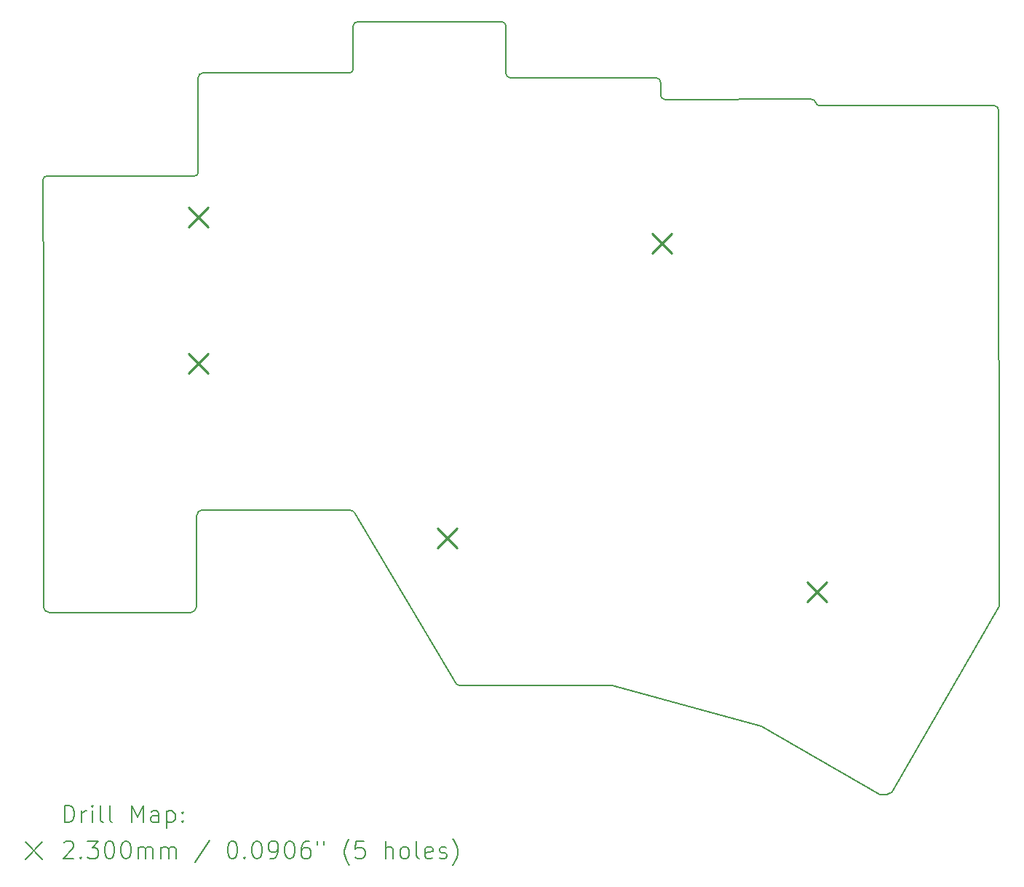
<source format=gbr>
%TF.GenerationSoftware,KiCad,Pcbnew,(6.0.10)*%
%TF.CreationDate,2023-01-07T19:04:55+01:00*%
%TF.ProjectId,chocofi-bottomplate,63686f63-6f66-4692-9d62-6f74746f6d70,2.1*%
%TF.SameCoordinates,Original*%
%TF.FileFunction,Drillmap*%
%TF.FilePolarity,Positive*%
%FSLAX45Y45*%
G04 Gerber Fmt 4.5, Leading zero omitted, Abs format (unit mm)*
G04 Created by KiCad (PCBNEW (6.0.10)) date 2023-01-07 19:04:55*
%MOMM*%
%LPD*%
G01*
G04 APERTURE LIST*
%ADD10C,0.150000*%
%ADD11C,0.200000*%
%ADD12C,0.230000*%
G04 APERTURE END LIST*
D10*
X18762000Y-5380500D02*
X16733040Y-5381502D01*
X9451545Y-6202085D02*
X7741920Y-6197600D01*
X17576800Y-13365480D02*
X18821400Y-11201400D01*
X16047720Y-12598400D02*
X17428867Y-13395960D01*
X12537440Y-12124081D02*
X14315440Y-12125960D01*
X16685040Y-5345502D02*
G75*
G03*
X16636050Y-5305500I-48990J-9998D01*
G01*
X16685039Y-5345502D02*
G75*
G03*
X16733040Y-5381502I48001J14002D01*
G01*
X16636050Y-5305500D02*
X14929320Y-5306902D01*
X9451545Y-6202085D02*
G75*
G03*
X9501545Y-6152085I-5J50005D01*
G01*
X9551712Y-5000682D02*
G75*
G03*
X9501712Y-5050682I-2J-49998D01*
G01*
X13031000Y-4403620D02*
X11353000Y-4404955D01*
X13081000Y-5005340D02*
X13081000Y-4453620D01*
X14829320Y-5056902D02*
X13131000Y-5055340D01*
X14879320Y-5256902D02*
X14879320Y-5106902D01*
X9501712Y-5050682D02*
X9501545Y-6152085D01*
X11254712Y-5000682D02*
X9551712Y-5000682D01*
X11303000Y-4454955D02*
X11304712Y-4950682D01*
X11254712Y-5000682D02*
G75*
G03*
X11304712Y-4950682I-2J50002D01*
G01*
X11353000Y-4404960D02*
G75*
G03*
X11303000Y-4454955I0J-50000D01*
G01*
X13081000Y-4453620D02*
G75*
G03*
X13031000Y-4403620I-50000J0D01*
G01*
X13081000Y-5005340D02*
G75*
G03*
X13131000Y-5055340I50000J0D01*
G01*
X14879318Y-5106902D02*
G75*
G03*
X14829320Y-5056902I-49998J2D01*
G01*
X14879318Y-5256902D02*
G75*
G03*
X14929320Y-5306902I50002J2D01*
G01*
X18812000Y-5430500D02*
G75*
G03*
X18762000Y-5380500I-50000J0D01*
G01*
X9545320Y-10086265D02*
X11262360Y-10086265D01*
X9479280Y-11074400D02*
X9484360Y-10147225D01*
X11329486Y-10129488D02*
G75*
G03*
X11262360Y-10086265I-67126J-30512D01*
G01*
X12501880Y-12110720D02*
G75*
G03*
X12537440Y-12124081I35560J40640D01*
G01*
X17428867Y-13395959D02*
G75*
G03*
X17576800Y-13365480I44003J160669D01*
G01*
X7701280Y-9377680D02*
X7701280Y-11074400D01*
X7696200Y-6243320D02*
X7701280Y-7670800D01*
X18812000Y-5430500D02*
X18821400Y-11201400D01*
X9479280Y-11211560D02*
X9479280Y-11074400D01*
X9545320Y-10086270D02*
G75*
G03*
X9484360Y-10147225I0J-60960D01*
G01*
X9413240Y-11277600D02*
G75*
G03*
X9479280Y-11211560I0J66040D01*
G01*
X7701280Y-11211560D02*
X7701280Y-11074400D01*
X7701280Y-7670800D02*
X7701280Y-9377680D01*
X11329486Y-10129488D02*
X12501880Y-12110720D01*
X7741920Y-6197600D02*
G75*
G03*
X7696200Y-6243320I0J-45720D01*
G01*
X7767320Y-11277600D02*
X9413240Y-11277600D01*
X14315440Y-12125960D02*
X16047720Y-12598400D01*
X7701280Y-11211560D02*
G75*
G03*
X7767320Y-11277600I66040J0D01*
G01*
D11*
D12*
X9385000Y-6565200D02*
X9615000Y-6795200D01*
X9615000Y-6565200D02*
X9385000Y-6795200D01*
X9385000Y-8267000D02*
X9615000Y-8497000D01*
X9615000Y-8267000D02*
X9385000Y-8497000D01*
X12280200Y-10299000D02*
X12510200Y-10529000D01*
X12510200Y-10299000D02*
X12280200Y-10529000D01*
X14782100Y-6870000D02*
X15012100Y-7100000D01*
X15012100Y-6870000D02*
X14782100Y-7100000D01*
X16585500Y-10921300D02*
X16815500Y-11151300D01*
X16815500Y-10921300D02*
X16585500Y-11151300D01*
D11*
X7946319Y-13719852D02*
X7946319Y-13519852D01*
X7993938Y-13519852D01*
X8022509Y-13529376D01*
X8041557Y-13548424D01*
X8051081Y-13567471D01*
X8060605Y-13605566D01*
X8060605Y-13634138D01*
X8051081Y-13672233D01*
X8041557Y-13691281D01*
X8022509Y-13710328D01*
X7993938Y-13719852D01*
X7946319Y-13719852D01*
X8146319Y-13719852D02*
X8146319Y-13586519D01*
X8146319Y-13624614D02*
X8155843Y-13605566D01*
X8165367Y-13596043D01*
X8184414Y-13586519D01*
X8203462Y-13586519D01*
X8270128Y-13719852D02*
X8270128Y-13586519D01*
X8270128Y-13519852D02*
X8260605Y-13529376D01*
X8270128Y-13538900D01*
X8279652Y-13529376D01*
X8270128Y-13519852D01*
X8270128Y-13538900D01*
X8393938Y-13719852D02*
X8374890Y-13710328D01*
X8365367Y-13691281D01*
X8365367Y-13519852D01*
X8498700Y-13719852D02*
X8479652Y-13710328D01*
X8470129Y-13691281D01*
X8470129Y-13519852D01*
X8727271Y-13719852D02*
X8727271Y-13519852D01*
X8793938Y-13662709D01*
X8860605Y-13519852D01*
X8860605Y-13719852D01*
X9041557Y-13719852D02*
X9041557Y-13615090D01*
X9032033Y-13596043D01*
X9012986Y-13586519D01*
X8974890Y-13586519D01*
X8955843Y-13596043D01*
X9041557Y-13710328D02*
X9022510Y-13719852D01*
X8974890Y-13719852D01*
X8955843Y-13710328D01*
X8946319Y-13691281D01*
X8946319Y-13672233D01*
X8955843Y-13653185D01*
X8974890Y-13643662D01*
X9022510Y-13643662D01*
X9041557Y-13634138D01*
X9136795Y-13586519D02*
X9136795Y-13786519D01*
X9136795Y-13596043D02*
X9155843Y-13586519D01*
X9193938Y-13586519D01*
X9212986Y-13596043D01*
X9222510Y-13605566D01*
X9232033Y-13624614D01*
X9232033Y-13681757D01*
X9222510Y-13700804D01*
X9212986Y-13710328D01*
X9193938Y-13719852D01*
X9155843Y-13719852D01*
X9136795Y-13710328D01*
X9317748Y-13700804D02*
X9327271Y-13710328D01*
X9317748Y-13719852D01*
X9308224Y-13710328D01*
X9317748Y-13700804D01*
X9317748Y-13719852D01*
X9317748Y-13596043D02*
X9327271Y-13605566D01*
X9317748Y-13615090D01*
X9308224Y-13605566D01*
X9317748Y-13596043D01*
X9317748Y-13615090D01*
X7488700Y-13949376D02*
X7688700Y-14149376D01*
X7688700Y-13949376D02*
X7488700Y-14149376D01*
X7936795Y-13958900D02*
X7946319Y-13949376D01*
X7965367Y-13939852D01*
X8012986Y-13939852D01*
X8032033Y-13949376D01*
X8041557Y-13958900D01*
X8051081Y-13977947D01*
X8051081Y-13996995D01*
X8041557Y-14025566D01*
X7927271Y-14139852D01*
X8051081Y-14139852D01*
X8136795Y-14120804D02*
X8146319Y-14130328D01*
X8136795Y-14139852D01*
X8127271Y-14130328D01*
X8136795Y-14120804D01*
X8136795Y-14139852D01*
X8212986Y-13939852D02*
X8336795Y-13939852D01*
X8270128Y-14016043D01*
X8298700Y-14016043D01*
X8317748Y-14025566D01*
X8327271Y-14035090D01*
X8336795Y-14054138D01*
X8336795Y-14101757D01*
X8327271Y-14120804D01*
X8317748Y-14130328D01*
X8298700Y-14139852D01*
X8241557Y-14139852D01*
X8222509Y-14130328D01*
X8212986Y-14120804D01*
X8460605Y-13939852D02*
X8479652Y-13939852D01*
X8498700Y-13949376D01*
X8508224Y-13958900D01*
X8517748Y-13977947D01*
X8527271Y-14016043D01*
X8527271Y-14063662D01*
X8517748Y-14101757D01*
X8508224Y-14120804D01*
X8498700Y-14130328D01*
X8479652Y-14139852D01*
X8460605Y-14139852D01*
X8441557Y-14130328D01*
X8432033Y-14120804D01*
X8422510Y-14101757D01*
X8412986Y-14063662D01*
X8412986Y-14016043D01*
X8422510Y-13977947D01*
X8432033Y-13958900D01*
X8441557Y-13949376D01*
X8460605Y-13939852D01*
X8651081Y-13939852D02*
X8670129Y-13939852D01*
X8689176Y-13949376D01*
X8698700Y-13958900D01*
X8708224Y-13977947D01*
X8717748Y-14016043D01*
X8717748Y-14063662D01*
X8708224Y-14101757D01*
X8698700Y-14120804D01*
X8689176Y-14130328D01*
X8670129Y-14139852D01*
X8651081Y-14139852D01*
X8632033Y-14130328D01*
X8622510Y-14120804D01*
X8612986Y-14101757D01*
X8603462Y-14063662D01*
X8603462Y-14016043D01*
X8612986Y-13977947D01*
X8622510Y-13958900D01*
X8632033Y-13949376D01*
X8651081Y-13939852D01*
X8803462Y-14139852D02*
X8803462Y-14006519D01*
X8803462Y-14025566D02*
X8812986Y-14016043D01*
X8832033Y-14006519D01*
X8860605Y-14006519D01*
X8879652Y-14016043D01*
X8889176Y-14035090D01*
X8889176Y-14139852D01*
X8889176Y-14035090D02*
X8898700Y-14016043D01*
X8917748Y-14006519D01*
X8946319Y-14006519D01*
X8965367Y-14016043D01*
X8974890Y-14035090D01*
X8974890Y-14139852D01*
X9070129Y-14139852D02*
X9070129Y-14006519D01*
X9070129Y-14025566D02*
X9079652Y-14016043D01*
X9098700Y-14006519D01*
X9127271Y-14006519D01*
X9146319Y-14016043D01*
X9155843Y-14035090D01*
X9155843Y-14139852D01*
X9155843Y-14035090D02*
X9165367Y-14016043D01*
X9184414Y-14006519D01*
X9212986Y-14006519D01*
X9232033Y-14016043D01*
X9241557Y-14035090D01*
X9241557Y-14139852D01*
X9632033Y-13930328D02*
X9460605Y-14187471D01*
X9889176Y-13939852D02*
X9908224Y-13939852D01*
X9927271Y-13949376D01*
X9936795Y-13958900D01*
X9946319Y-13977947D01*
X9955843Y-14016043D01*
X9955843Y-14063662D01*
X9946319Y-14101757D01*
X9936795Y-14120804D01*
X9927271Y-14130328D01*
X9908224Y-14139852D01*
X9889176Y-14139852D01*
X9870129Y-14130328D01*
X9860605Y-14120804D01*
X9851081Y-14101757D01*
X9841557Y-14063662D01*
X9841557Y-14016043D01*
X9851081Y-13977947D01*
X9860605Y-13958900D01*
X9870129Y-13949376D01*
X9889176Y-13939852D01*
X10041557Y-14120804D02*
X10051081Y-14130328D01*
X10041557Y-14139852D01*
X10032033Y-14130328D01*
X10041557Y-14120804D01*
X10041557Y-14139852D01*
X10174890Y-13939852D02*
X10193938Y-13939852D01*
X10212986Y-13949376D01*
X10222510Y-13958900D01*
X10232033Y-13977947D01*
X10241557Y-14016043D01*
X10241557Y-14063662D01*
X10232033Y-14101757D01*
X10222510Y-14120804D01*
X10212986Y-14130328D01*
X10193938Y-14139852D01*
X10174890Y-14139852D01*
X10155843Y-14130328D01*
X10146319Y-14120804D01*
X10136795Y-14101757D01*
X10127271Y-14063662D01*
X10127271Y-14016043D01*
X10136795Y-13977947D01*
X10146319Y-13958900D01*
X10155843Y-13949376D01*
X10174890Y-13939852D01*
X10336795Y-14139852D02*
X10374890Y-14139852D01*
X10393938Y-14130328D01*
X10403462Y-14120804D01*
X10422510Y-14092233D01*
X10432033Y-14054138D01*
X10432033Y-13977947D01*
X10422510Y-13958900D01*
X10412986Y-13949376D01*
X10393938Y-13939852D01*
X10355843Y-13939852D01*
X10336795Y-13949376D01*
X10327271Y-13958900D01*
X10317748Y-13977947D01*
X10317748Y-14025566D01*
X10327271Y-14044614D01*
X10336795Y-14054138D01*
X10355843Y-14063662D01*
X10393938Y-14063662D01*
X10412986Y-14054138D01*
X10422510Y-14044614D01*
X10432033Y-14025566D01*
X10555843Y-13939852D02*
X10574890Y-13939852D01*
X10593938Y-13949376D01*
X10603462Y-13958900D01*
X10612986Y-13977947D01*
X10622510Y-14016043D01*
X10622510Y-14063662D01*
X10612986Y-14101757D01*
X10603462Y-14120804D01*
X10593938Y-14130328D01*
X10574890Y-14139852D01*
X10555843Y-14139852D01*
X10536795Y-14130328D01*
X10527271Y-14120804D01*
X10517748Y-14101757D01*
X10508224Y-14063662D01*
X10508224Y-14016043D01*
X10517748Y-13977947D01*
X10527271Y-13958900D01*
X10536795Y-13949376D01*
X10555843Y-13939852D01*
X10793938Y-13939852D02*
X10755843Y-13939852D01*
X10736795Y-13949376D01*
X10727271Y-13958900D01*
X10708224Y-13987471D01*
X10698700Y-14025566D01*
X10698700Y-14101757D01*
X10708224Y-14120804D01*
X10717748Y-14130328D01*
X10736795Y-14139852D01*
X10774890Y-14139852D01*
X10793938Y-14130328D01*
X10803462Y-14120804D01*
X10812986Y-14101757D01*
X10812986Y-14054138D01*
X10803462Y-14035090D01*
X10793938Y-14025566D01*
X10774890Y-14016043D01*
X10736795Y-14016043D01*
X10717748Y-14025566D01*
X10708224Y-14035090D01*
X10698700Y-14054138D01*
X10889176Y-13939852D02*
X10889176Y-13977947D01*
X10965367Y-13939852D02*
X10965367Y-13977947D01*
X11260605Y-14216043D02*
X11251081Y-14206519D01*
X11232033Y-14177947D01*
X11222509Y-14158900D01*
X11212986Y-14130328D01*
X11203462Y-14082709D01*
X11203462Y-14044614D01*
X11212986Y-13996995D01*
X11222509Y-13968424D01*
X11232033Y-13949376D01*
X11251081Y-13920804D01*
X11260605Y-13911281D01*
X11432033Y-13939852D02*
X11336795Y-13939852D01*
X11327271Y-14035090D01*
X11336795Y-14025566D01*
X11355843Y-14016043D01*
X11403462Y-14016043D01*
X11422509Y-14025566D01*
X11432033Y-14035090D01*
X11441557Y-14054138D01*
X11441557Y-14101757D01*
X11432033Y-14120804D01*
X11422509Y-14130328D01*
X11403462Y-14139852D01*
X11355843Y-14139852D01*
X11336795Y-14130328D01*
X11327271Y-14120804D01*
X11679652Y-14139852D02*
X11679652Y-13939852D01*
X11765367Y-14139852D02*
X11765367Y-14035090D01*
X11755843Y-14016043D01*
X11736795Y-14006519D01*
X11708224Y-14006519D01*
X11689176Y-14016043D01*
X11679652Y-14025566D01*
X11889176Y-14139852D02*
X11870128Y-14130328D01*
X11860605Y-14120804D01*
X11851081Y-14101757D01*
X11851081Y-14044614D01*
X11860605Y-14025566D01*
X11870128Y-14016043D01*
X11889176Y-14006519D01*
X11917748Y-14006519D01*
X11936795Y-14016043D01*
X11946319Y-14025566D01*
X11955843Y-14044614D01*
X11955843Y-14101757D01*
X11946319Y-14120804D01*
X11936795Y-14130328D01*
X11917748Y-14139852D01*
X11889176Y-14139852D01*
X12070128Y-14139852D02*
X12051081Y-14130328D01*
X12041557Y-14111281D01*
X12041557Y-13939852D01*
X12222509Y-14130328D02*
X12203462Y-14139852D01*
X12165367Y-14139852D01*
X12146319Y-14130328D01*
X12136795Y-14111281D01*
X12136795Y-14035090D01*
X12146319Y-14016043D01*
X12165367Y-14006519D01*
X12203462Y-14006519D01*
X12222509Y-14016043D01*
X12232033Y-14035090D01*
X12232033Y-14054138D01*
X12136795Y-14073185D01*
X12308224Y-14130328D02*
X12327271Y-14139852D01*
X12365367Y-14139852D01*
X12384414Y-14130328D01*
X12393938Y-14111281D01*
X12393938Y-14101757D01*
X12384414Y-14082709D01*
X12365367Y-14073185D01*
X12336795Y-14073185D01*
X12317748Y-14063662D01*
X12308224Y-14044614D01*
X12308224Y-14035090D01*
X12317748Y-14016043D01*
X12336795Y-14006519D01*
X12365367Y-14006519D01*
X12384414Y-14016043D01*
X12460605Y-14216043D02*
X12470128Y-14206519D01*
X12489176Y-14177947D01*
X12498700Y-14158900D01*
X12508224Y-14130328D01*
X12517748Y-14082709D01*
X12517748Y-14044614D01*
X12508224Y-13996995D01*
X12498700Y-13968424D01*
X12489176Y-13949376D01*
X12470128Y-13920804D01*
X12460605Y-13911281D01*
M02*

</source>
